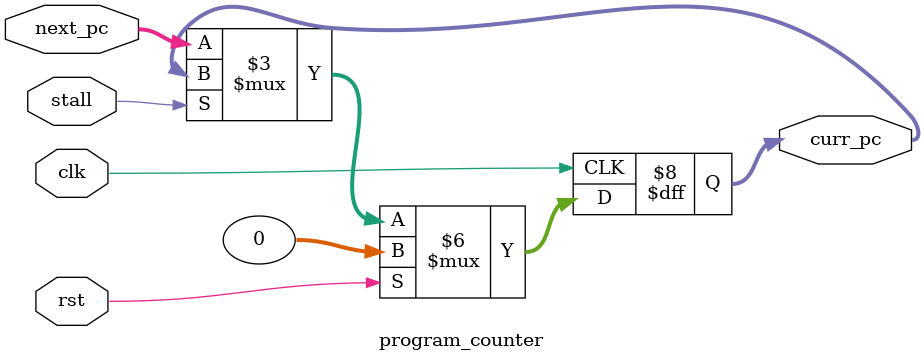
<source format=v>
module program_counter(
	input clk,
	input rst,
	input stall,
	input [31:0] next_pc,
	output reg [31:0] curr_pc
);

	always@(posedge clk)begin
		if(rst)	        curr_pc <= 32'd0;
		else if(!stall)	curr_pc <= next_pc;
	end

endmodule


</source>
